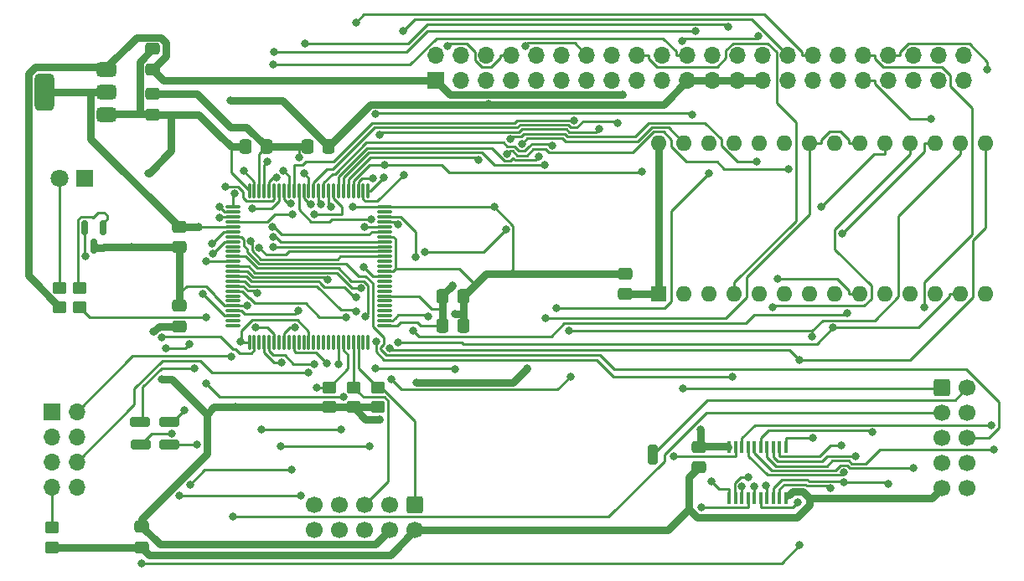
<source format=gbr>
G04 #@! TF.GenerationSoftware,KiCad,Pcbnew,8.0.1*
G04 #@! TF.CreationDate,2024-04-11T14:17:07+02:00*
G04 #@! TF.ProjectId,tipi,74697069-2e6b-4696-9361-645f70636258,2*
G04 #@! TF.SameCoordinates,Original*
G04 #@! TF.FileFunction,Copper,L1,Top*
G04 #@! TF.FilePolarity,Positive*
%FSLAX46Y46*%
G04 Gerber Fmt 4.6, Leading zero omitted, Abs format (unit mm)*
G04 Created by KiCad (PCBNEW 8.0.1) date 2024-04-11 14:17:07*
%MOMM*%
%LPD*%
G01*
G04 APERTURE LIST*
G04 Aperture macros list*
%AMRoundRect*
0 Rectangle with rounded corners*
0 $1 Rounding radius*
0 $2 $3 $4 $5 $6 $7 $8 $9 X,Y pos of 4 corners*
0 Add a 4 corners polygon primitive as box body*
4,1,4,$2,$3,$4,$5,$6,$7,$8,$9,$2,$3,0*
0 Add four circle primitives for the rounded corners*
1,1,$1+$1,$2,$3*
1,1,$1+$1,$4,$5*
1,1,$1+$1,$6,$7*
1,1,$1+$1,$8,$9*
0 Add four rect primitives between the rounded corners*
20,1,$1+$1,$2,$3,$4,$5,0*
20,1,$1+$1,$4,$5,$6,$7,0*
20,1,$1+$1,$6,$7,$8,$9,0*
20,1,$1+$1,$8,$9,$2,$3,0*%
G04 Aperture macros list end*
G04 #@! TA.AperFunction,SMDPad,CuDef*
%ADD10RoundRect,0.250000X0.475000X-0.337500X0.475000X0.337500X-0.475000X0.337500X-0.475000X-0.337500X0*%
G04 #@! TD*
G04 #@! TA.AperFunction,SMDPad,CuDef*
%ADD11RoundRect,0.250000X-0.475000X0.337500X-0.475000X-0.337500X0.475000X-0.337500X0.475000X0.337500X0*%
G04 #@! TD*
G04 #@! TA.AperFunction,ComponentPad*
%ADD12RoundRect,0.250000X-0.600000X0.600000X-0.600000X-0.600000X0.600000X-0.600000X0.600000X0.600000X0*%
G04 #@! TD*
G04 #@! TA.AperFunction,ComponentPad*
%ADD13C,1.700000*%
G04 #@! TD*
G04 #@! TA.AperFunction,ComponentPad*
%ADD14R,1.800000X1.800000*%
G04 #@! TD*
G04 #@! TA.AperFunction,ComponentPad*
%ADD15C,1.800000*%
G04 #@! TD*
G04 #@! TA.AperFunction,ComponentPad*
%ADD16RoundRect,0.250000X-0.600000X-0.600000X0.600000X-0.600000X0.600000X0.600000X-0.600000X0.600000X0*%
G04 #@! TD*
G04 #@! TA.AperFunction,ComponentPad*
%ADD17R,1.700000X1.700000*%
G04 #@! TD*
G04 #@! TA.AperFunction,ComponentPad*
%ADD18O,1.700000X1.700000*%
G04 #@! TD*
G04 #@! TA.AperFunction,SMDPad,CuDef*
%ADD19RoundRect,0.150000X-0.150000X0.587500X-0.150000X-0.587500X0.150000X-0.587500X0.150000X0.587500X0*%
G04 #@! TD*
G04 #@! TA.AperFunction,SMDPad,CuDef*
%ADD20RoundRect,0.250000X-0.450000X0.350000X-0.450000X-0.350000X0.450000X-0.350000X0.450000X0.350000X0*%
G04 #@! TD*
G04 #@! TA.AperFunction,SMDPad,CuDef*
%ADD21RoundRect,0.250000X0.450000X-0.350000X0.450000X0.350000X-0.450000X0.350000X-0.450000X-0.350000X0*%
G04 #@! TD*
G04 #@! TA.AperFunction,ComponentPad*
%ADD22R,1.600000X1.600000*%
G04 #@! TD*
G04 #@! TA.AperFunction,ComponentPad*
%ADD23O,1.600000X1.600000*%
G04 #@! TD*
G04 #@! TA.AperFunction,SMDPad,CuDef*
%ADD24R,0.400000X1.200000*%
G04 #@! TD*
G04 #@! TA.AperFunction,SMDPad,CuDef*
%ADD25RoundRect,0.250000X-0.337500X-0.475000X0.337500X-0.475000X0.337500X0.475000X-0.337500X0.475000X0*%
G04 #@! TD*
G04 #@! TA.AperFunction,SMDPad,CuDef*
%ADD26RoundRect,0.250000X0.337500X0.475000X-0.337500X0.475000X-0.337500X-0.475000X0.337500X-0.475000X0*%
G04 #@! TD*
G04 #@! TA.AperFunction,SMDPad,CuDef*
%ADD27RoundRect,0.075000X-0.662500X-0.075000X0.662500X-0.075000X0.662500X0.075000X-0.662500X0.075000X0*%
G04 #@! TD*
G04 #@! TA.AperFunction,SMDPad,CuDef*
%ADD28RoundRect,0.075000X-0.075000X-0.662500X0.075000X-0.662500X0.075000X0.662500X-0.075000X0.662500X0*%
G04 #@! TD*
G04 #@! TA.AperFunction,SMDPad,CuDef*
%ADD29RoundRect,0.250000X0.250000X0.750000X-0.250000X0.750000X-0.250000X-0.750000X0.250000X-0.750000X0*%
G04 #@! TD*
G04 #@! TA.AperFunction,SMDPad,CuDef*
%ADD30RoundRect,0.250000X0.750000X-0.250000X0.750000X0.250000X-0.750000X0.250000X-0.750000X-0.250000X0*%
G04 #@! TD*
G04 #@! TA.AperFunction,SMDPad,CuDef*
%ADD31RoundRect,0.375000X0.625000X0.375000X-0.625000X0.375000X-0.625000X-0.375000X0.625000X-0.375000X0*%
G04 #@! TD*
G04 #@! TA.AperFunction,SMDPad,CuDef*
%ADD32RoundRect,0.500000X0.500000X1.400000X-0.500000X1.400000X-0.500000X-1.400000X0.500000X-1.400000X0*%
G04 #@! TD*
G04 #@! TA.AperFunction,ViaPad*
%ADD33C,0.800000*%
G04 #@! TD*
G04 #@! TA.AperFunction,Conductor*
%ADD34C,0.250000*%
G04 #@! TD*
G04 #@! TA.AperFunction,Conductor*
%ADD35C,0.750000*%
G04 #@! TD*
G04 #@! TA.AperFunction,Conductor*
%ADD36C,0.399800*%
G04 #@! TD*
G04 APERTURE END LIST*
D10*
X51485800Y-130933100D03*
X51485800Y-128858100D03*
D11*
X47701200Y-151210100D03*
X47701200Y-153285100D03*
D12*
X75285600Y-149021800D03*
D13*
X75285600Y-151561800D03*
X72745600Y-149021800D03*
X72745600Y-151561800D03*
X70205600Y-149021800D03*
X70205600Y-151561800D03*
X67665600Y-149021800D03*
X67665600Y-151561800D03*
X65125600Y-149021800D03*
X65125600Y-151561800D03*
D14*
X41889600Y-116027200D03*
D15*
X39349600Y-116027200D03*
D16*
X128549400Y-137160000D03*
D13*
X131089400Y-137160000D03*
X128549400Y-139700000D03*
X131089400Y-139700000D03*
X128549400Y-142240000D03*
X131089400Y-142240000D03*
X128549400Y-144780000D03*
X131089400Y-144780000D03*
X128549400Y-147320000D03*
X131089400Y-147320000D03*
D17*
X38608000Y-139598400D03*
D18*
X41148000Y-139598400D03*
X38608000Y-142138400D03*
X41148000Y-142138400D03*
X38608000Y-144678400D03*
X41148000Y-144678400D03*
X38608000Y-147218400D03*
X41148000Y-147218400D03*
D19*
X43799800Y-120982500D03*
X41899800Y-120982500D03*
X42849800Y-122857500D03*
D20*
X41427400Y-127042900D03*
X41427400Y-129042900D03*
D21*
X39395400Y-129042900D03*
X39395400Y-127042900D03*
D22*
X99923600Y-127635000D03*
D23*
X102463600Y-127635000D03*
X105003600Y-127635000D03*
X107543600Y-127635000D03*
X110083600Y-127635000D03*
X112623600Y-127635000D03*
X115163600Y-127635000D03*
X117703600Y-127635000D03*
X120243600Y-127635000D03*
X122783600Y-127635000D03*
X125323600Y-127635000D03*
X127863600Y-127635000D03*
X130403600Y-127635000D03*
X132943600Y-127635000D03*
X132943600Y-112395000D03*
X130403600Y-112395000D03*
X127863600Y-112395000D03*
X125323600Y-112395000D03*
X122783600Y-112395000D03*
X120243600Y-112395000D03*
X117703600Y-112395000D03*
X115163600Y-112395000D03*
X112623600Y-112395000D03*
X110083600Y-112395000D03*
X107543600Y-112395000D03*
X105003600Y-112395000D03*
X102463600Y-112395000D03*
X99923600Y-112395000D03*
D24*
X107048300Y-148345200D03*
X107683300Y-148345200D03*
X108318300Y-148345200D03*
X108953300Y-148345200D03*
X109588300Y-148345200D03*
X110223300Y-148345200D03*
X110858300Y-148345200D03*
X111493300Y-148345200D03*
X112128300Y-148345200D03*
X112763300Y-148345200D03*
X112763300Y-143145200D03*
X112128300Y-143145200D03*
X111493300Y-143145200D03*
X110858300Y-143145200D03*
X110223300Y-143145200D03*
X109588300Y-143145200D03*
X108953300Y-143145200D03*
X108318300Y-143145200D03*
X107683300Y-143145200D03*
X107048300Y-143145200D03*
D11*
X51435000Y-120882500D03*
X51435000Y-122957500D03*
D20*
X66649600Y-137125200D03*
X66649600Y-139125200D03*
X69075900Y-137125200D03*
X69075900Y-139125200D03*
X71502200Y-137125200D03*
X71502200Y-139125200D03*
D10*
X48793400Y-104974300D03*
X48793400Y-102899300D03*
D11*
X48793400Y-107471300D03*
X48793400Y-109546300D03*
D25*
X78083500Y-127939800D03*
X80158500Y-127939800D03*
X64469100Y-112801400D03*
X66544100Y-112801400D03*
D26*
X60270300Y-112801400D03*
X58195300Y-112801400D03*
D25*
X78083500Y-130911600D03*
X80158500Y-130911600D03*
D10*
X103949500Y-145220600D03*
X103949500Y-143145600D03*
D11*
X96494600Y-125632300D03*
X96494600Y-127707300D03*
D27*
X56887200Y-118889000D03*
X56887200Y-119389000D03*
X56887200Y-119889000D03*
X56887200Y-120389000D03*
X56887200Y-120889000D03*
X56887200Y-121389000D03*
X56887200Y-121889000D03*
X56887200Y-122389000D03*
X56887200Y-122889000D03*
X56887200Y-123389000D03*
X56887200Y-123889000D03*
X56887200Y-124389000D03*
X56887200Y-124889000D03*
X56887200Y-125389000D03*
X56887200Y-125889000D03*
X56887200Y-126389000D03*
X56887200Y-126889000D03*
X56887200Y-127389000D03*
X56887200Y-127889000D03*
X56887200Y-128389000D03*
X56887200Y-128889000D03*
X56887200Y-129389000D03*
X56887200Y-129889000D03*
X56887200Y-130389000D03*
X56887200Y-130889000D03*
D28*
X58549700Y-132551500D03*
X59049700Y-132551500D03*
X59549700Y-132551500D03*
X60049700Y-132551500D03*
X60549700Y-132551500D03*
X61049700Y-132551500D03*
X61549700Y-132551500D03*
X62049700Y-132551500D03*
X62549700Y-132551500D03*
X63049700Y-132551500D03*
X63549700Y-132551500D03*
X64049700Y-132551500D03*
X64549700Y-132551500D03*
X65049700Y-132551500D03*
X65549700Y-132551500D03*
X66049700Y-132551500D03*
X66549700Y-132551500D03*
X67049700Y-132551500D03*
X67549700Y-132551500D03*
X68049700Y-132551500D03*
X68549700Y-132551500D03*
X69049700Y-132551500D03*
X69549700Y-132551500D03*
X70049700Y-132551500D03*
X70549700Y-132551500D03*
D27*
X72212200Y-130889000D03*
X72212200Y-130389000D03*
X72212200Y-129889000D03*
X72212200Y-129389000D03*
X72212200Y-128889000D03*
X72212200Y-128389000D03*
X72212200Y-127889000D03*
X72212200Y-127389000D03*
X72212200Y-126889000D03*
X72212200Y-126389000D03*
X72212200Y-125889000D03*
X72212200Y-125389000D03*
X72212200Y-124889000D03*
X72212200Y-124389000D03*
X72212200Y-123889000D03*
X72212200Y-123389000D03*
X72212200Y-122889000D03*
X72212200Y-122389000D03*
X72212200Y-121889000D03*
X72212200Y-121389000D03*
X72212200Y-120889000D03*
X72212200Y-120389000D03*
X72212200Y-119889000D03*
X72212200Y-119389000D03*
X72212200Y-118889000D03*
D28*
X70549700Y-117226500D03*
X70049700Y-117226500D03*
X69549700Y-117226500D03*
X69049700Y-117226500D03*
X68549700Y-117226500D03*
X68049700Y-117226500D03*
X67549700Y-117226500D03*
X67049700Y-117226500D03*
X66549700Y-117226500D03*
X66049700Y-117226500D03*
X65549700Y-117226500D03*
X65049700Y-117226500D03*
X64549700Y-117226500D03*
X64049700Y-117226500D03*
X63549700Y-117226500D03*
X63049700Y-117226500D03*
X62549700Y-117226500D03*
X62049700Y-117226500D03*
X61549700Y-117226500D03*
X61049700Y-117226500D03*
X60549700Y-117226500D03*
X60049700Y-117226500D03*
X59549700Y-117226500D03*
X59049700Y-117226500D03*
X58549700Y-117226500D03*
D29*
X99301300Y-143903700D03*
D30*
X47576700Y-142877300D03*
X50434200Y-142877300D03*
X47513200Y-140654800D03*
X50434200Y-140667500D03*
D20*
X38608000Y-151314900D03*
X38608000Y-153314900D03*
D31*
X44120200Y-109552100D03*
X44120200Y-107252100D03*
X44120200Y-104952100D03*
D32*
X37820200Y-107252100D03*
D17*
X77419200Y-106070400D03*
D18*
X77419200Y-103530400D03*
X79959200Y-106070400D03*
X79959200Y-103530400D03*
X82499200Y-106070400D03*
X82499200Y-103530400D03*
X85039200Y-106070400D03*
X85039200Y-103530400D03*
X87579200Y-106070400D03*
X87579200Y-103530400D03*
X90119200Y-106070400D03*
X90119200Y-103530400D03*
X92659200Y-106070400D03*
X92659200Y-103530400D03*
X95199200Y-106070400D03*
X95199200Y-103530400D03*
X97739200Y-106070400D03*
X97739200Y-103530400D03*
X100279200Y-106070400D03*
X100279200Y-103530400D03*
X102819200Y-106070400D03*
X102819200Y-103530400D03*
X105359200Y-106070400D03*
X105359200Y-103530400D03*
X107899200Y-106070400D03*
X107899200Y-103530400D03*
X110439200Y-106070400D03*
X110439200Y-103530400D03*
X112979200Y-106070400D03*
X112979200Y-103530400D03*
X115519200Y-106070400D03*
X115519200Y-103530400D03*
X118059200Y-106070400D03*
X118059200Y-103530400D03*
X120599200Y-106070400D03*
X120599200Y-103530400D03*
X123139200Y-106070400D03*
X123139200Y-103530400D03*
X125679200Y-106070400D03*
X125679200Y-103530400D03*
X128219200Y-106070400D03*
X128219200Y-103530400D03*
X130759200Y-106070400D03*
X130759200Y-103530400D03*
D33*
X64084200Y-115493800D03*
X57669000Y-132511800D03*
X71675100Y-140343000D03*
X75402051Y-136616049D03*
X63576200Y-113893600D03*
X49653500Y-136318000D03*
X57123100Y-139125000D03*
X56632100Y-110816000D03*
X53401800Y-120882000D03*
X86614400Y-135210000D03*
X79065800Y-126795000D03*
X48874800Y-131461000D03*
X55264200Y-111382000D03*
X67538600Y-134823200D03*
X79309700Y-129735000D03*
X48361600Y-115468000D03*
X58293000Y-128880000D03*
X83286600Y-118846600D03*
X66827400Y-118872000D03*
X56632100Y-108112000D03*
X69037200Y-118872000D03*
X71247000Y-135178800D03*
X59156600Y-131039000D03*
X46609000Y-122958000D03*
X79324200Y-135255000D03*
X82753200Y-108483400D03*
X96282700Y-107497000D03*
X104114000Y-141388000D03*
X65088100Y-119642000D03*
X65317500Y-137125000D03*
X72092000Y-115933000D03*
X84602900Y-113491000D03*
X71027300Y-115968000D03*
X112992000Y-115030000D03*
X74142600Y-115646200D03*
X84912400Y-112038000D03*
X81727500Y-114167000D03*
X109783000Y-114304000D03*
X98198600Y-115319000D03*
X72199500Y-114604000D03*
X78570200Y-102614000D03*
X87820300Y-113750000D03*
X88345900Y-114642000D03*
X89147800Y-112664000D03*
X86402500Y-102611000D03*
X65751900Y-118593000D03*
X95743400Y-110408000D03*
X111955000Y-126131000D03*
X93864200Y-110985000D03*
X71706000Y-111586000D03*
X64750100Y-118641000D03*
X89567600Y-129087000D03*
X104996000Y-115461000D03*
X70870600Y-120133000D03*
X91343000Y-110130000D03*
X61997400Y-115195532D03*
X62769100Y-118569000D03*
X53831900Y-127642000D03*
X50098400Y-133180000D03*
X52487500Y-132717000D03*
X60955600Y-104490000D03*
X103633000Y-101123000D03*
X49679000Y-132089000D03*
X61053100Y-103220000D03*
X58851800Y-119024000D03*
X106899000Y-100636000D03*
X64166300Y-102318000D03*
X56100300Y-116798000D03*
X74046900Y-101099000D03*
X61272400Y-115886000D03*
X60389700Y-114334000D03*
X110010000Y-101605000D03*
X102254000Y-102075000D03*
X57962800Y-115214000D03*
X69356200Y-100212000D03*
X57095500Y-117526000D03*
X121516000Y-141654000D03*
X133540000Y-140923000D03*
X125634000Y-145304000D03*
X115475000Y-142218000D03*
X118614000Y-145716000D03*
X133781000Y-143417000D03*
X133123000Y-105013000D03*
X126780000Y-129047000D03*
X118393000Y-142996000D03*
X119787000Y-144115000D03*
X127445000Y-109969000D03*
X62884500Y-119631000D03*
X70726900Y-143107000D03*
X61716300Y-143107000D03*
X63520800Y-129389000D03*
X102394000Y-137254000D03*
X55523400Y-120003000D03*
X54813200Y-122555000D03*
X47638600Y-154912000D03*
X114139000Y-153080000D03*
X55530200Y-118880000D03*
X54864000Y-123571000D03*
X56873100Y-150220000D03*
X56750889Y-134040680D03*
X60839000Y-120919000D03*
X70159500Y-120889000D03*
X52566300Y-146958000D03*
X62779300Y-145477000D03*
X73565300Y-120662000D03*
X64520619Y-135641936D03*
X63737000Y-148060000D03*
X75370200Y-123987000D03*
X51465200Y-148060000D03*
X54186200Y-136740000D03*
X68067900Y-138125000D03*
X76631800Y-129921000D03*
X54206000Y-130004000D03*
X70101500Y-124974000D03*
X88504600Y-130150000D03*
X61811200Y-134584000D03*
X71257100Y-109501000D03*
X103270000Y-109518000D03*
X76251300Y-123451000D03*
X84458700Y-121177000D03*
X86081900Y-112490000D03*
X65072892Y-134748908D03*
X63143700Y-131072000D03*
X105253000Y-146635000D03*
X111408000Y-129046000D03*
X72855300Y-136288000D03*
X104180000Y-149272000D03*
X67790300Y-141353000D03*
X90996750Y-136056350D03*
X59342400Y-127610000D03*
X59781300Y-141353000D03*
X101412000Y-144072000D03*
X66344800Y-134696200D03*
X66438600Y-126255000D03*
X115425000Y-132019000D03*
X90805800Y-131403000D03*
X108936000Y-146208000D03*
X109588000Y-147132000D03*
X116352000Y-118827000D03*
X68310100Y-130033000D03*
X118962000Y-129625000D03*
X75057000Y-131373000D03*
X73570700Y-132570000D03*
X113954000Y-148732000D03*
X117552000Y-131086000D03*
X69817700Y-127092000D03*
X69326900Y-129451000D03*
X107394000Y-136038000D03*
X118438000Y-121543000D03*
X108320000Y-147142000D03*
X71331700Y-132490000D03*
X110759000Y-147103000D03*
X72731000Y-133147000D03*
X114094000Y-134385000D03*
X69306700Y-127998000D03*
X123060000Y-146915000D03*
X118642000Y-146718000D03*
X54215100Y-124389000D03*
X70263700Y-129961000D03*
X117229000Y-147349000D03*
X42018900Y-123834000D03*
X60943800Y-121921000D03*
X50705500Y-141772000D03*
X60982800Y-122923000D03*
X53229800Y-142877000D03*
X59529300Y-122981000D03*
X53027500Y-135176000D03*
X58706100Y-122368000D03*
X51982700Y-139468000D03*
D34*
X48793400Y-107471300D02*
X48793400Y-107471000D01*
X64549700Y-117226500D02*
X64549700Y-115959300D01*
D35*
X42531700Y-107252000D02*
X42531700Y-111979000D01*
D34*
X64549700Y-115959300D02*
X64084200Y-115493800D01*
X53408800Y-120889000D02*
X53401800Y-120882000D01*
X63373000Y-130264000D02*
X58817464Y-130264000D01*
X51485800Y-130933100D02*
X51485800Y-130933000D01*
X76989900Y-129216000D02*
X78083500Y-129216000D01*
D35*
X69075900Y-139125000D02*
X70293800Y-140343000D01*
X78083500Y-127778000D02*
X78083500Y-127939800D01*
X49507500Y-153016000D02*
X71291000Y-153016000D01*
D34*
X71502200Y-139125200D02*
X71502200Y-139125000D01*
D35*
X79065800Y-126795000D02*
X78083500Y-127778000D01*
X42531700Y-111979000D02*
X51435000Y-120882000D01*
X66649600Y-139125000D02*
X57123100Y-139125000D01*
X86614400Y-135210000D02*
X85195650Y-136628750D01*
X54239800Y-139850000D02*
X50707200Y-136318000D01*
X54239800Y-143885000D02*
X47701200Y-150424000D01*
X69075900Y-139125000D02*
X66649600Y-139125000D01*
D34*
X44120200Y-107252100D02*
X44120200Y-107252000D01*
X57708700Y-132551500D02*
X57669000Y-132511800D01*
D35*
X71291000Y-153016000D02*
X72745600Y-151562000D01*
X53287200Y-107471000D02*
X48793400Y-107471000D01*
D34*
X59549700Y-117226000D02*
X59549700Y-113522000D01*
D35*
X69075900Y-139125000D02*
X71502200Y-139125000D01*
D34*
X59549700Y-117226500D02*
X59549700Y-117226000D01*
D35*
X85195650Y-136628750D02*
X75414752Y-136628750D01*
D34*
X56887200Y-120889000D02*
X53408800Y-120889000D01*
D35*
X75414752Y-136628750D02*
X75402051Y-136616049D01*
X57123100Y-139125000D02*
X54964900Y-139125000D01*
D34*
X59549700Y-113522000D02*
X60270300Y-112801000D01*
X63576200Y-113893600D02*
X63576200Y-112801000D01*
D35*
X49402600Y-130933000D02*
X51485800Y-130933000D01*
D34*
X47701200Y-151210100D02*
X47701200Y-151210000D01*
X72212200Y-127889000D02*
X75663100Y-127889000D01*
D35*
X37820200Y-107252000D02*
X42531700Y-107252000D01*
D34*
X69075900Y-139125200D02*
X69075900Y-139125000D01*
D35*
X63576200Y-112801000D02*
X60270300Y-112801000D01*
D34*
X58817464Y-130264000D02*
X57708800Y-131372664D01*
D35*
X56632100Y-110816000D02*
X53287200Y-107471000D01*
D34*
X64469100Y-112801400D02*
X64469100Y-112801000D01*
D35*
X78083500Y-130911600D02*
X78083500Y-130912000D01*
D34*
X60270300Y-112801400D02*
X60270300Y-112801000D01*
X57708800Y-131372664D02*
X57708800Y-132472000D01*
D35*
X58285100Y-110816000D02*
X56632100Y-110816000D01*
D34*
X57708800Y-132472000D02*
X57669000Y-132511800D01*
D35*
X78083500Y-127939800D02*
X78083500Y-129216000D01*
D34*
X64549700Y-131440000D02*
X63373000Y-130264000D01*
D35*
X54964900Y-139125000D02*
X54239800Y-139850000D01*
D34*
X64549700Y-132551500D02*
X64549700Y-132552000D01*
D35*
X47701200Y-150424000D02*
X47701200Y-151210000D01*
D34*
X75663100Y-127889000D02*
X76989900Y-129216000D01*
X72745600Y-151561800D02*
X72745600Y-151562000D01*
D35*
X70293800Y-140343000D02*
X71675100Y-140343000D01*
D34*
X75539600Y-130556000D02*
X75895200Y-130912000D01*
D35*
X51435000Y-120882000D02*
X53401800Y-120882000D01*
D34*
X72212200Y-130889000D02*
X73479400Y-130889000D01*
D35*
X47701200Y-151210000D02*
X49507500Y-153016000D01*
X50707200Y-136318000D02*
X49653500Y-136318000D01*
X42531700Y-107252000D02*
X44120200Y-107252000D01*
D34*
X75895200Y-130912000D02*
X78083500Y-130912000D01*
X58549700Y-132551500D02*
X57708700Y-132551500D01*
X73479400Y-130889000D02*
X73812400Y-130556000D01*
X66649600Y-139125200D02*
X66649600Y-139125000D01*
X51435000Y-120882500D02*
X51435000Y-120882000D01*
D35*
X54239800Y-139850000D02*
X54239800Y-143885000D01*
X78083500Y-129216000D02*
X78083500Y-130911600D01*
D34*
X37820200Y-107252100D02*
X37820200Y-107252000D01*
D35*
X48874800Y-131461000D02*
X49402600Y-130933000D01*
D34*
X73812400Y-130556000D02*
X75539600Y-130556000D01*
D35*
X60270300Y-112801000D02*
X58285100Y-110816000D01*
X64469100Y-112801000D02*
X63576200Y-112801000D01*
D34*
X64549700Y-132551500D02*
X64549700Y-131440000D01*
X73097700Y-121889000D02*
X73311700Y-122103000D01*
D35*
X102819200Y-106070000D02*
X102819000Y-106070000D01*
D34*
X67549700Y-134812100D02*
X67538600Y-134823200D01*
D35*
X113868000Y-150254000D02*
X115129000Y-148992000D01*
X50629000Y-113226000D02*
X50629000Y-109553000D01*
X48793300Y-102899000D02*
X48793400Y-102899000D01*
D34*
X80158500Y-130912000D02*
X80158300Y-130912000D01*
D35*
X107899200Y-106070000D02*
X107899000Y-106070000D01*
X110439000Y-106070000D02*
X107899200Y-106070000D01*
D34*
X42849800Y-122857500D02*
X42849800Y-122858000D01*
X55057400Y-127872000D02*
X55057400Y-127799000D01*
D35*
X80158300Y-130912000D02*
X80158500Y-130912000D01*
X128549000Y-147320000D02*
X127540000Y-148330000D01*
X47458300Y-109444000D02*
X47458300Y-104234000D01*
D34*
X48793500Y-109546200D02*
X48793500Y-109546100D01*
D35*
X43120100Y-122958000D02*
X43186500Y-123024000D01*
X48387000Y-115468000D02*
X50629000Y-113226000D01*
X47458300Y-109444000D02*
X48690900Y-109444000D01*
D34*
X56896600Y-128880000D02*
X56887200Y-128889000D01*
X71247000Y-135178800D02*
X79248000Y-135178800D01*
X54170500Y-126912000D02*
X52194900Y-126912000D01*
X85185400Y-120832000D02*
X85185400Y-125180000D01*
X103949500Y-145220600D02*
X103949600Y-145220600D01*
D35*
X53428200Y-109546000D02*
X55264200Y-111382000D01*
X114458000Y-147658000D02*
X113450000Y-147658000D01*
D34*
X73715700Y-108499000D02*
X72283600Y-108499000D01*
D35*
X38615500Y-153307500D02*
X38608000Y-153314900D01*
D34*
X50629000Y-109553000D02*
X50629000Y-109546000D01*
X105359200Y-106070400D02*
X105359200Y-106070000D01*
X73311700Y-125109000D02*
X79768000Y-125109000D01*
X69037200Y-118872000D02*
X69054200Y-118889000D01*
D35*
X73715700Y-108499000D02*
X72283600Y-108499000D01*
D34*
X44120200Y-109552100D02*
X44120200Y-109552000D01*
D35*
X80143500Y-129735000D02*
X80143500Y-130897000D01*
X82737600Y-108499000D02*
X73715700Y-108499000D01*
D34*
X51460400Y-122983000D02*
X51435000Y-122957600D01*
X83286600Y-118846600D02*
X85185400Y-120832000D01*
D35*
X80143500Y-130897000D02*
X80158300Y-130912000D01*
X105359200Y-106070000D02*
X102819200Y-106070000D01*
X44228500Y-109444000D02*
X44120200Y-109552000D01*
X56683700Y-112801000D02*
X55264200Y-111382000D01*
X44061800Y-122959000D02*
X44063300Y-122958000D01*
X61884200Y-108112000D02*
X56632100Y-108112000D01*
D34*
X73311700Y-122103000D02*
X73311700Y-125109000D01*
X112763300Y-148345200D02*
X112763200Y-148345200D01*
D35*
X51435000Y-122958000D02*
X46609000Y-122958000D01*
X82466000Y-125632000D02*
X81378800Y-126719000D01*
D34*
X75285800Y-151562000D02*
X75285600Y-151562000D01*
X110439200Y-106070400D02*
X110439000Y-106070200D01*
D35*
X102953000Y-146218000D02*
X102953000Y-149429000D01*
X100819000Y-151562000D02*
X75285800Y-151562000D01*
X48793400Y-109546000D02*
X48793500Y-109546100D01*
D34*
X107899200Y-106070000D02*
X107899000Y-106070000D01*
X96494600Y-125632300D02*
X96494600Y-125632000D01*
D35*
X96494600Y-125632000D02*
X84733500Y-125632000D01*
X51485800Y-128858000D02*
X51485800Y-127621000D01*
D34*
X38622900Y-153300000D02*
X38615500Y-153307500D01*
D35*
X47458300Y-104234000D02*
X48793300Y-102899000D01*
X82753200Y-108483400D02*
X82737600Y-108499000D01*
D34*
X48793400Y-109546300D02*
X48793500Y-109546200D01*
X61049700Y-132551500D02*
X61049700Y-131746000D01*
D35*
X102953000Y-149429000D02*
X100819000Y-151562000D01*
D34*
X48793400Y-102899300D02*
X48793400Y-102899000D01*
D35*
X66544100Y-112772000D02*
X61884200Y-108112000D01*
D34*
X80158500Y-130911600D02*
X80158500Y-130912000D01*
D35*
X47458300Y-109444000D02*
X44228500Y-109444000D01*
X48464200Y-154048000D02*
X47701200Y-153285000D01*
X38608000Y-153314900D02*
X38608000Y-153315000D01*
D34*
X52194900Y-126912000D02*
X51485800Y-127621000D01*
D35*
X102819000Y-106070000D02*
X100390000Y-108499000D01*
X75285600Y-151562000D02*
X72799300Y-154048000D01*
D34*
X67549700Y-132551500D02*
X67549700Y-134812100D01*
X73311700Y-125109000D02*
X73031300Y-125389000D01*
X56692800Y-112810000D02*
X56683700Y-112801000D01*
X72212200Y-121889000D02*
X73097700Y-121889000D01*
X38608000Y-153314900D02*
X38608000Y-153315000D01*
D35*
X42949800Y-122958000D02*
X43120100Y-122958000D01*
X48361600Y-115468000D02*
X48387000Y-115468000D01*
X48690900Y-109444000D02*
X48793400Y-109546000D01*
D34*
X51435000Y-122957600D02*
X51435000Y-122957500D01*
X102819200Y-106070400D02*
X102819200Y-106070000D01*
D35*
X115129000Y-148330000D02*
X114458000Y-147658000D01*
D34*
X79248000Y-135178800D02*
X79324200Y-135255000D01*
X56887200Y-128889000D02*
X56074300Y-128889000D01*
X58195300Y-112801400D02*
X58195300Y-112801000D01*
D35*
X58195300Y-112801000D02*
X56683700Y-112801000D01*
D34*
X73031300Y-125389000D02*
X72212200Y-125389000D01*
X61049700Y-131746000D02*
X60342700Y-131039000D01*
X110439000Y-106070000D02*
X107899200Y-106070000D01*
X55057400Y-127799000D02*
X54170500Y-126912000D01*
X58549700Y-117226000D02*
X56692800Y-115370000D01*
D35*
X72283600Y-108499000D02*
X70816900Y-108499000D01*
X51460400Y-122983000D02*
X51435000Y-122958000D01*
X48793400Y-109546000D02*
X50629000Y-109546000D01*
D34*
X48793400Y-102899000D02*
X48793300Y-102899000D01*
D35*
X103778000Y-150254000D02*
X113868000Y-150254000D01*
D34*
X47701200Y-153285100D02*
X47701200Y-153285000D01*
X69054200Y-118889000D02*
X72212200Y-118889000D01*
X66544100Y-112801400D02*
X66544100Y-112801000D01*
D35*
X43186500Y-123024000D02*
X43767700Y-123024000D01*
X127540000Y-148330000D02*
X115129000Y-148330000D01*
D34*
X56692800Y-115370000D02*
X56692800Y-112810000D01*
D35*
X84733500Y-125632000D02*
X82466000Y-125632000D01*
X80158500Y-127940000D02*
X80143500Y-127955000D01*
X75285800Y-151562000D02*
X75285600Y-151562000D01*
X82768800Y-108499000D02*
X82753200Y-108483400D01*
X70816900Y-108499000D02*
X66544100Y-112772000D01*
D34*
X72212200Y-118889000D02*
X83242200Y-118889000D01*
D35*
X38622900Y-153300000D02*
X38615500Y-153307500D01*
D34*
X79768000Y-125109000D02*
X81378800Y-126719000D01*
D35*
X80143500Y-127955000D02*
X80143500Y-129735000D01*
D34*
X66549700Y-117226000D02*
X66549700Y-117226500D01*
X66549700Y-118594000D02*
X66827400Y-118872000D01*
X51485800Y-128858000D02*
X51485800Y-128858100D01*
X61049700Y-132552000D02*
X61049700Y-132551500D01*
D35*
X51485800Y-127621000D02*
X51485800Y-123008000D01*
X100390000Y-108499000D02*
X82768800Y-108499000D01*
X81378800Y-126719000D02*
X80158500Y-127940000D01*
X115129000Y-148992000D02*
X115129000Y-148330000D01*
D34*
X85185400Y-125180000D02*
X84733500Y-125632000D01*
D35*
X47701200Y-153285000D02*
X38637800Y-153285000D01*
D34*
X112763200Y-148345200D02*
X112763000Y-148345000D01*
D35*
X50629000Y-109546000D02*
X53428200Y-109546000D01*
D34*
X80158500Y-127939800D02*
X80158500Y-127940000D01*
X128549400Y-147320000D02*
X128549000Y-147320000D01*
X107899200Y-106070400D02*
X107899200Y-106070000D01*
X58293000Y-128880000D02*
X56896600Y-128880000D01*
X83242200Y-118889000D02*
X83286600Y-118846600D01*
X56074300Y-128889000D02*
X55057400Y-127872000D01*
D35*
X44063300Y-122958000D02*
X46609000Y-122958000D01*
D36*
X113144000Y-147965000D02*
X112763000Y-148345000D01*
D34*
X110439000Y-106070200D02*
X110439000Y-106070000D01*
D35*
X102953000Y-149429000D02*
X103778000Y-150254000D01*
X72799300Y-154048000D02*
X48464200Y-154048000D01*
X43767700Y-123024000D02*
X43832600Y-122959000D01*
D34*
X60342700Y-131039000D02*
X59156600Y-131039000D01*
X66549700Y-117226500D02*
X66549700Y-118594000D01*
X103949600Y-145220600D02*
X103950000Y-145221000D01*
X58549700Y-117226500D02*
X58549700Y-117226000D01*
D35*
X107899000Y-106070000D02*
X105359200Y-106070000D01*
X66544100Y-112772000D02*
X66544100Y-112801000D01*
X42849800Y-122858000D02*
X42949800Y-122958000D01*
D34*
X75285600Y-151561800D02*
X75285600Y-151562000D01*
D35*
X51485800Y-123008000D02*
X51460400Y-122983000D01*
X43832600Y-122959000D02*
X44061800Y-122959000D01*
X103950000Y-145221000D02*
X102953000Y-146218000D01*
X113450000Y-147658000D02*
X113144000Y-147965000D01*
D34*
X38615500Y-153307500D02*
X38608000Y-153314900D01*
D35*
X48793500Y-109546100D02*
X48797600Y-109550000D01*
X80143500Y-129735000D02*
X79309700Y-129735000D01*
X38637800Y-153285000D02*
X38622900Y-153300000D01*
D34*
X107048200Y-143145200D02*
X107048000Y-143145000D01*
D36*
X106906000Y-143145000D02*
X107048000Y-143145000D01*
D34*
X107048300Y-143145200D02*
X107048200Y-143145200D01*
X39395400Y-129042900D02*
X39395400Y-129043000D01*
D35*
X77419200Y-106070000D02*
X49889500Y-106070000D01*
X36194200Y-105439000D02*
X36194200Y-125842000D01*
X96566900Y-127635000D02*
X96494600Y-127707000D01*
D34*
X103949500Y-143145600D02*
X103949600Y-143145600D01*
D35*
X36194200Y-125842000D02*
X39395400Y-129043000D01*
D34*
X48793400Y-104974300D02*
X48793400Y-104974000D01*
D35*
X99923600Y-127635000D02*
X96566900Y-127635000D01*
X47146200Y-101724000D02*
X44120200Y-104750000D01*
X50155300Y-102262000D02*
X49618100Y-101724000D01*
X44120200Y-104750000D02*
X44120200Y-104952000D01*
X36882400Y-104750000D02*
X36194200Y-105439000D01*
X49618100Y-101724000D02*
X47146200Y-101724000D01*
X44120200Y-104750000D02*
X36882400Y-104750000D01*
X50155300Y-103612000D02*
X50155300Y-102262000D01*
D34*
X96494600Y-127707300D02*
X96494600Y-127707000D01*
D35*
X49889500Y-106070000D02*
X48793400Y-104974000D01*
X106828000Y-143067000D02*
X104114000Y-143067000D01*
X104114000Y-143067000D02*
X104028000Y-143067000D01*
X104114000Y-143067000D02*
X104114000Y-141388000D01*
X96282700Y-107497000D02*
X78845900Y-107497000D01*
D34*
X44120200Y-104952100D02*
X44120200Y-104952000D01*
D35*
X106906000Y-143145000D02*
X106828000Y-143067000D01*
D34*
X103949600Y-143145600D02*
X103950000Y-143146000D01*
X77419200Y-106070400D02*
X77419200Y-106070000D01*
D35*
X48793400Y-104974000D02*
X50155300Y-103612000D01*
X104028000Y-143067000D02*
X103950000Y-143146000D01*
X78845900Y-107497000D02*
X77419200Y-106070000D01*
X99923600Y-127635000D02*
X99923600Y-112395000D01*
D34*
X75285600Y-140509000D02*
X71901400Y-137125000D01*
X75285600Y-149022000D02*
X75285600Y-149021800D01*
X75285600Y-149021800D02*
X75285600Y-140509000D01*
X71502300Y-137125000D02*
X71502200Y-137125000D01*
X69549700Y-135173000D02*
X69549700Y-132552000D01*
X69549700Y-132552000D02*
X69549700Y-132551500D01*
X71502400Y-137125000D02*
X71502300Y-137125000D01*
X71901400Y-137125000D02*
X71502400Y-137125000D01*
X71502300Y-137125000D02*
X71502200Y-137125000D01*
X71502300Y-137125000D02*
X71502200Y-137125100D01*
X71502400Y-137125000D02*
X71502300Y-137125000D01*
X71502200Y-137125100D02*
X71502200Y-137125200D01*
X71502200Y-137125000D02*
X69549700Y-135173000D01*
X67894200Y-118876000D02*
X67894200Y-119642000D01*
X67049700Y-118032000D02*
X67894200Y-118876000D01*
X67049700Y-117226000D02*
X67049700Y-117226500D01*
X67049700Y-117226500D02*
X67049700Y-118032000D01*
X67894200Y-119642000D02*
X65088100Y-119642000D01*
X72184000Y-138125000D02*
X72571800Y-138513000D01*
X69325800Y-137375000D02*
X69075900Y-137125000D01*
X69075900Y-137125000D02*
X69049700Y-137099000D01*
X69575900Y-137625000D02*
X69075900Y-137125000D01*
X69325800Y-137375000D02*
X69325700Y-137375000D01*
X70205700Y-149021900D02*
X70205700Y-149022000D01*
X69575900Y-137625000D02*
X69575700Y-137625000D01*
X69049700Y-137099000D02*
X69049700Y-132552000D01*
X72571800Y-138513000D02*
X72571800Y-146656000D01*
X70205600Y-149021800D02*
X70205700Y-149021900D01*
X69575900Y-137625000D02*
X70075900Y-138125000D01*
X72571800Y-146656000D02*
X70205700Y-149022000D01*
X69325700Y-137375000D02*
X69075900Y-137125200D01*
X69575700Y-137625000D02*
X69325800Y-137375000D01*
X69049700Y-132552000D02*
X69049700Y-132551500D01*
X70075900Y-138125000D02*
X72184000Y-138125000D01*
X66649600Y-137125100D02*
X66649600Y-137125200D01*
X66649500Y-137125000D02*
X66649600Y-137125000D01*
X66649600Y-137125000D02*
X68529200Y-135245400D01*
X66649400Y-137125000D02*
X66649500Y-137125000D01*
X68529200Y-133836264D02*
X68049700Y-133356764D01*
X68529200Y-135245400D02*
X68529200Y-133836264D01*
X66649500Y-137125000D02*
X66649600Y-137125000D01*
X68049700Y-133356764D02*
X68049700Y-132551500D01*
X65317500Y-137125000D02*
X66649400Y-137125000D01*
X66649400Y-137125000D02*
X66649500Y-137125000D01*
X66649500Y-137125000D02*
X66649600Y-137125100D01*
X72092000Y-115933000D02*
X70798600Y-117226000D01*
X70550200Y-117226000D02*
X70549700Y-117226500D01*
X70798600Y-117226000D02*
X70550200Y-117226000D01*
X101194000Y-112794000D02*
X102682000Y-114282000D01*
X102682000Y-114282000D02*
X105799000Y-114282000D01*
X87214300Y-113024000D02*
X88480000Y-113024000D01*
X85593900Y-113668000D02*
X86570000Y-113668000D01*
X97287700Y-113391000D02*
X99410000Y-111268000D01*
X88480000Y-113024000D02*
X88846900Y-113391000D01*
X101194000Y-112068000D02*
X101194000Y-112794000D01*
X84878000Y-113216000D02*
X85142200Y-113216000D01*
X105799000Y-114282000D02*
X106547000Y-115030000D01*
X69549700Y-117226000D02*
X69549700Y-116354000D01*
X99410000Y-111268000D02*
X100394000Y-111268000D01*
X88846900Y-113391000D02*
X97287700Y-113391000D01*
X106547000Y-115030000D02*
X112992000Y-115030000D01*
X85142200Y-113216000D02*
X85593900Y-113668000D01*
X100394000Y-111268000D02*
X101194000Y-112068000D01*
X69549700Y-116354000D02*
X69935600Y-115968000D01*
X69549700Y-117226000D02*
X69549700Y-117226500D01*
X69935600Y-115968000D02*
X71027300Y-115968000D01*
X84602900Y-113491000D02*
X84878000Y-113216000D01*
X86570000Y-113668000D02*
X87214300Y-113024000D01*
X70280600Y-118300000D02*
X71488800Y-118300000D01*
X70049700Y-117226500D02*
X70049700Y-118069000D01*
X71488800Y-118300000D02*
X74142600Y-115646200D01*
X70049700Y-117226500D02*
X70049700Y-117226000D01*
X70049700Y-118069000D02*
X70280600Y-118300000D01*
X68549700Y-117226000D02*
X68549700Y-117226500D01*
X106274000Y-112720000D02*
X107857000Y-114304000D01*
X68549700Y-116077000D02*
X70772600Y-113854000D01*
X68549700Y-117226000D02*
X68549700Y-116077000D01*
X106274000Y-112035000D02*
X106274000Y-112720000D01*
X107857000Y-114304000D02*
X109783000Y-114304000D01*
X97515500Y-111760000D02*
X98916500Y-110359000D01*
X90667900Y-111760000D02*
X97515500Y-111760000D01*
X104598000Y-110359000D02*
X106274000Y-112035000D01*
X81414600Y-113854000D02*
X81727500Y-114167000D01*
X98916500Y-110359000D02*
X104598000Y-110359000D01*
X85991800Y-111763000D02*
X86269200Y-111485000D01*
X70772600Y-113854000D02*
X81414600Y-113854000D01*
X90392900Y-111485000D02*
X90667900Y-111760000D01*
X84912400Y-112038000D02*
X85187500Y-111763000D01*
X86269200Y-111485000D02*
X90392900Y-111485000D01*
X85187500Y-111763000D02*
X85991800Y-111763000D01*
X98198600Y-115319000D02*
X98135600Y-115382000D01*
X69049700Y-116216000D02*
X70661100Y-114604000D01*
X81322500Y-104018000D02*
X82011700Y-104707000D01*
X69049700Y-117226000D02*
X69049700Y-117226500D01*
X78830000Y-102354000D02*
X80511600Y-102354000D01*
X82986700Y-104707000D02*
X83862500Y-103831000D01*
X69049700Y-117226000D02*
X69049700Y-116216000D01*
X77977600Y-114604000D02*
X72199500Y-114604000D01*
X78755600Y-115382000D02*
X77977600Y-114604000D01*
X85038800Y-103530000D02*
X85039200Y-103530400D01*
X80511600Y-102354000D02*
X81322500Y-103165000D01*
X82011700Y-104707000D02*
X82986700Y-104707000D01*
X83862500Y-103530000D02*
X85038800Y-103530000D01*
X70661100Y-114604000D02*
X72199500Y-114604000D01*
X81322500Y-103165000D02*
X81322500Y-104018000D01*
X78570200Y-102614000D02*
X78830000Y-102354000D01*
X83862500Y-103831000D02*
X83862500Y-103530000D01*
X98135600Y-115382000D02*
X78755600Y-115382000D01*
X84903900Y-114218000D02*
X85204500Y-113918000D01*
X70398400Y-112950000D02*
X83034400Y-112950000D01*
X67549700Y-117226000D02*
X67549700Y-117226500D01*
X67621200Y-115728000D02*
X70398400Y-112950000D01*
X67549700Y-117226000D02*
X67549700Y-115799000D01*
X67549700Y-115799000D02*
X67621100Y-115728000D01*
X85204500Y-113918000D02*
X85204600Y-113918000D01*
X85406800Y-114120000D02*
X87451000Y-114120000D01*
X83034400Y-112950000D02*
X84302000Y-114218000D01*
X85204600Y-113918000D02*
X85406800Y-114120000D01*
X87451000Y-114120000D02*
X87820300Y-113750000D01*
X84302000Y-114218000D02*
X84903900Y-114218000D01*
X67621100Y-115728000D02*
X67621200Y-115728000D01*
X70585500Y-113402000D02*
X82014800Y-113402000D01*
X83282400Y-114670000D02*
X88317700Y-114670000D01*
X82014800Y-113402000D02*
X83282400Y-114670000D01*
X68049700Y-115938000D02*
X70585500Y-113402000D01*
X68049700Y-117226000D02*
X68049700Y-117226500D01*
X68049700Y-117226000D02*
X68049700Y-115938000D01*
X88317700Y-114670000D02*
X88345900Y-114642000D01*
X84611500Y-112765000D02*
X85329400Y-112765000D01*
X67179900Y-115530000D02*
X70347900Y-112362000D01*
X70347900Y-112362000D02*
X84209100Y-112362000D01*
X86808600Y-112790000D02*
X87109500Y-112490000D01*
X88973500Y-112490000D02*
X89147800Y-112664000D01*
X66939622Y-115530000D02*
X67179900Y-115530000D01*
X84209100Y-112362000D02*
X84611500Y-112765000D01*
X85355200Y-112790000D02*
X85781000Y-113216000D01*
X66049700Y-116420000D02*
X66939622Y-115530000D01*
X85781000Y-113216000D02*
X86382900Y-113216000D01*
X86382900Y-113216000D02*
X86808600Y-112791000D01*
X87109500Y-112490000D02*
X88973500Y-112490000D01*
X85329400Y-112765000D02*
X85355200Y-112790000D01*
X86808600Y-112791000D02*
X86808600Y-112790000D01*
X66049700Y-117226500D02*
X66049700Y-116420000D01*
X65549700Y-118391000D02*
X65751900Y-118593000D01*
X65549700Y-117226500D02*
X65549700Y-118391000D01*
X86402500Y-102611000D02*
X86702300Y-102311200D01*
X65549700Y-117226000D02*
X65549700Y-117226500D01*
X91440000Y-102311200D02*
X92659200Y-103530400D01*
X86702300Y-102311200D02*
X91440000Y-102311200D01*
X65049700Y-117226500D02*
X65049700Y-116383000D01*
X95593800Y-110258000D02*
X95743400Y-110408000D01*
X66352100Y-115080000D02*
X66961800Y-115080000D01*
X91644000Y-110857000D02*
X92242900Y-110258000D01*
X85617500Y-110859000D02*
X85894900Y-110582000D01*
X85894900Y-110582000D02*
X90767100Y-110582000D01*
X91042100Y-110857000D02*
X91644000Y-110857000D01*
X71182800Y-110859000D02*
X85617500Y-110859000D01*
X66961800Y-115080000D02*
X71182800Y-110859000D01*
X65049700Y-116383000D02*
X66352100Y-115080000D01*
X90767100Y-110582000D02*
X91042100Y-110857000D01*
X92242900Y-110258000D02*
X95593800Y-110258000D01*
X71706000Y-111586000D02*
X71981100Y-111311000D01*
X120244000Y-127635000D02*
X120243600Y-127635000D01*
X119117000Y-127635000D02*
X119117000Y-127353000D01*
X64049700Y-117226000D02*
X64049700Y-117226500D01*
X93540300Y-111309000D02*
X93864200Y-110985000D01*
X64049700Y-117226500D02*
X64049700Y-118037000D01*
X119117000Y-127353000D02*
X117895000Y-126131000D01*
X85804700Y-111311000D02*
X86082100Y-111034000D01*
X71981100Y-111311000D02*
X85804700Y-111311000D01*
X120243600Y-127635000D02*
X119117000Y-127635000D01*
X90855000Y-111309000D02*
X93540300Y-111309000D01*
X86082100Y-111034000D02*
X90580000Y-111034000D01*
X90580000Y-111034000D02*
X90855000Y-111309000D01*
X64049700Y-118037000D02*
X64653600Y-118641000D01*
X117895000Y-126131000D02*
X111955000Y-126131000D01*
X64653600Y-118641000D02*
X64750100Y-118641000D01*
X100536000Y-129087000D02*
X89567600Y-129087000D01*
X104996000Y-115461000D02*
X101194000Y-119263000D01*
X101194000Y-128429000D02*
X100536000Y-129087000D01*
X64787200Y-120369000D02*
X63549700Y-119132000D01*
X101194000Y-119263000D02*
X101194000Y-128429000D01*
X70870600Y-120133000D02*
X66861400Y-120133000D01*
X66861400Y-120133000D02*
X66624900Y-120369000D01*
X63549700Y-117226500D02*
X63549700Y-117226000D01*
X63549700Y-119132000D02*
X63549700Y-117226500D01*
X66624900Y-120369000D02*
X64787200Y-120369000D01*
X106715000Y-103838000D02*
X106715000Y-103043000D01*
X63897216Y-114668600D02*
X63049700Y-114668600D01*
X111801000Y-108333000D02*
X113750000Y-110282000D01*
X99724800Y-104707000D02*
X105847000Y-104707000D01*
X113750000Y-120302000D02*
X107544000Y-126508000D01*
X105847000Y-104707000D02*
X106715000Y-103838000D01*
X85585700Y-110130000D02*
X85308300Y-110408000D01*
X97739600Y-103530000D02*
X98915900Y-103530000D01*
X113750000Y-110282000D02*
X113750000Y-120302000D01*
X106715000Y-103043000D02*
X107421000Y-102337000D01*
X63049700Y-114668600D02*
X63049700Y-117226500D01*
X107544000Y-126508000D02*
X107544000Y-126790000D01*
X91343000Y-110130000D02*
X85585700Y-110130000D01*
X70973400Y-110408000D02*
X67056000Y-114325400D01*
X107543600Y-126790400D02*
X107543600Y-127635000D01*
X85308300Y-110408000D02*
X70973400Y-110408000D01*
X107544000Y-126790000D02*
X107543600Y-126790400D01*
X98915900Y-103530000D02*
X98915900Y-103898000D01*
X107421000Y-102337000D02*
X110923000Y-102337000D01*
X98915900Y-103898000D02*
X99724800Y-104707000D01*
X97739600Y-103530000D02*
X97739200Y-103530400D01*
X64240416Y-114325400D02*
X63897216Y-114668600D01*
X97739200Y-103530000D02*
X97739600Y-103530000D01*
X107544000Y-126790000D02*
X107544000Y-127072000D01*
X111801000Y-103215000D02*
X111801000Y-108333000D01*
X67056000Y-114325400D02*
X64240416Y-114325400D01*
X110923000Y-102337000D02*
X111801000Y-103215000D01*
X62549700Y-115747832D02*
X62549700Y-117226500D01*
X61997400Y-115195532D02*
X62549700Y-115747832D01*
X62049700Y-118119000D02*
X62499200Y-118569000D01*
X62049700Y-117226000D02*
X62049700Y-117226500D01*
X62499200Y-118569000D02*
X62769100Y-118569000D01*
X62049700Y-117226500D02*
X62049700Y-118119000D01*
X101642000Y-103530000D02*
X101642000Y-103139000D01*
X77424100Y-101861200D02*
X74795300Y-104490000D01*
X102819000Y-103530000D02*
X102818800Y-103530000D01*
X53831900Y-127642000D02*
X56078700Y-129889000D01*
X52487500Y-132717000D02*
X52024400Y-133180000D01*
X101642000Y-103139000D02*
X100364200Y-101861200D01*
X74795300Y-104490000D02*
X60955600Y-104490000D01*
X100364200Y-101861200D02*
X77424100Y-101861200D01*
X52024400Y-133180000D02*
X50098400Y-133180000D01*
X56078700Y-129889000D02*
X56887200Y-129889000D01*
X102818800Y-103530000D02*
X102819200Y-103530400D01*
X102818800Y-103530000D02*
X101642000Y-103530000D01*
X59049700Y-133365000D02*
X58731800Y-133682000D01*
X55632784Y-131989000D02*
X49779300Y-131989000D01*
X103633000Y-101123000D02*
X76505200Y-101123000D01*
X56930584Y-133286800D02*
X55632784Y-131989000D01*
X59049700Y-132551500D02*
X59049700Y-133365000D01*
X57133784Y-133286800D02*
X56930584Y-133286800D01*
X74409000Y-103220000D02*
X61053100Y-103220000D01*
X57528984Y-133682000D02*
X57133784Y-133286800D01*
X76505200Y-101123000D02*
X74409000Y-103220000D01*
X58731800Y-133682000D02*
X57528984Y-133682000D01*
X49779300Y-131989000D02*
X49679000Y-132089000D01*
X61549700Y-118267000D02*
X60792300Y-119024000D01*
X76499100Y-100389000D02*
X74570700Y-102318000D01*
X106652000Y-100389000D02*
X76499100Y-100389000D01*
X74570700Y-102318000D02*
X64166300Y-102318000D01*
X61549700Y-117226500D02*
X61549700Y-118267000D01*
X60792300Y-119024000D02*
X58851800Y-119024000D01*
X106899000Y-100636000D02*
X106652000Y-100389000D01*
X61549700Y-117226000D02*
X61549700Y-117226500D01*
X57759200Y-117161000D02*
X57761300Y-117161000D01*
X57395600Y-116798000D02*
X57759200Y-117161000D01*
X61049700Y-117226500D02*
X61049700Y-117226000D01*
X58286600Y-118289000D02*
X60859700Y-118289000D01*
X56100300Y-116798000D02*
X57395600Y-116798000D01*
X60859700Y-118289000D02*
X61049700Y-118099000D01*
X57923600Y-117926000D02*
X58286600Y-118289000D01*
X61049700Y-118099000D02*
X61049700Y-117226500D01*
X57761300Y-117161000D02*
X57923600Y-117324000D01*
X57923600Y-117324000D02*
X57923600Y-117926000D01*
X60549700Y-117226000D02*
X60549700Y-117226500D01*
X60994200Y-115886000D02*
X60549700Y-116330000D01*
X112979000Y-103530000D02*
X112979200Y-103530200D01*
X60549700Y-116330000D02*
X60549700Y-117226000D01*
X112979000Y-103530000D02*
X109330000Y-99881000D01*
X109330000Y-99881000D02*
X75264900Y-99881000D01*
X75264900Y-99881000D02*
X74046900Y-101099000D01*
X61272400Y-115886000D02*
X60994200Y-115886000D01*
X112979200Y-103530200D02*
X112979200Y-103530400D01*
X60049700Y-117226000D02*
X60049700Y-114674000D01*
X60049700Y-117226000D02*
X60049700Y-117226500D01*
X102254000Y-102075000D02*
X102479000Y-101850000D01*
X60049700Y-114674000D02*
X60389700Y-114334000D01*
X109764000Y-101850000D02*
X110010000Y-101605000D01*
X102479000Y-101850000D02*
X109764000Y-101850000D01*
X115519000Y-103530000D02*
X115518800Y-103530000D01*
X110609000Y-99429300D02*
X70139000Y-99429300D01*
X59049700Y-116301000D02*
X57962800Y-115214000D01*
X115518800Y-103530000D02*
X114342000Y-103530000D01*
X114342000Y-103530000D02*
X114342000Y-103163000D01*
X115518800Y-103530000D02*
X115519200Y-103530400D01*
X114342000Y-103163000D02*
X110609000Y-99429300D01*
X70139000Y-99429300D02*
X69356200Y-100212000D01*
X59049700Y-117226000D02*
X59049700Y-116301000D01*
X59049700Y-117226000D02*
X59049700Y-117226500D01*
X56887200Y-118889000D02*
X56887200Y-117734000D01*
X56887200Y-117734000D02*
X57095500Y-117526000D01*
X110976000Y-141466000D02*
X110223000Y-142218000D01*
X110223000Y-142450000D02*
X110223300Y-142450300D01*
X121516000Y-141654000D02*
X121328000Y-141466000D01*
X121328000Y-141466000D02*
X110976000Y-141466000D01*
X110223000Y-142218000D02*
X110223000Y-142450000D01*
X110223300Y-142450300D02*
X110223300Y-143145200D01*
X110223000Y-142450000D02*
X110223000Y-142682000D01*
X108318000Y-142450000D02*
X108318000Y-142682000D01*
X109614000Y-140923000D02*
X108318000Y-142218000D01*
X108318300Y-142450300D02*
X108318300Y-143145200D01*
X133540000Y-140923000D02*
X109614000Y-140923000D01*
X108318000Y-142450000D02*
X108318300Y-142450300D01*
X108318000Y-142218000D02*
X108318000Y-142450000D01*
X117738000Y-145538000D02*
X111347000Y-145538000D01*
X118915000Y-144989000D02*
X118287000Y-144989000D01*
X119230000Y-145304000D02*
X118915000Y-144989000D01*
X109588000Y-143621000D02*
X109588000Y-143462000D01*
X109588000Y-143621000D02*
X109588300Y-143620700D01*
X125634000Y-145304000D02*
X119230000Y-145304000D01*
X109588300Y-143620700D02*
X109588300Y-143145200D01*
X109588000Y-143780000D02*
X109588000Y-143621000D01*
X118287000Y-144989000D02*
X117738000Y-145538000D01*
X111347000Y-145538000D02*
X109588000Y-143780000D01*
X112763000Y-142450000D02*
X112763300Y-142450300D01*
X112763000Y-142218000D02*
X112763000Y-142450000D01*
X115475000Y-142218000D02*
X112763000Y-142218000D01*
X112763000Y-142450000D02*
X112763000Y-142682000D01*
X112763300Y-142450300D02*
X112763300Y-143145200D01*
X118328000Y-146002000D02*
X110883000Y-146002000D01*
X110883000Y-146002000D02*
X108953000Y-144072000D01*
X118614000Y-145716000D02*
X118328000Y-146002000D01*
X108953300Y-143839700D02*
X108953300Y-143145200D01*
X108953000Y-144072000D02*
X108953000Y-143840000D01*
X108953000Y-143840000D02*
X108953000Y-143608000D01*
X108953000Y-143840000D02*
X108953300Y-143839700D01*
X111736000Y-145087000D02*
X110858000Y-144209000D01*
X122218000Y-143417000D02*
X120782000Y-144852000D01*
X125125000Y-102354000D02*
X131276000Y-102354000D01*
X123139600Y-103530000D02*
X123139200Y-103530400D01*
X110858300Y-143942700D02*
X110858300Y-143145200D01*
X120782000Y-144852000D02*
X119417000Y-144852000D01*
X116912000Y-145087000D02*
X111736000Y-145087000D01*
X117461000Y-144537000D02*
X116912000Y-145087000D01*
X119417000Y-144852000D02*
X119102000Y-144537000D01*
X131276000Y-102354000D02*
X133123000Y-104201000D01*
X124316000Y-103163000D02*
X125125000Y-102354000D01*
X133123000Y-104201000D02*
X133123000Y-105013000D01*
X123139000Y-103530000D02*
X123139600Y-103530000D01*
X124316000Y-103530000D02*
X124316000Y-103163000D01*
X133781000Y-143417000D02*
X122218000Y-143417000D01*
X110858000Y-144209000D02*
X110858000Y-143943000D01*
X123139600Y-103530000D02*
X124316000Y-103530000D01*
X119102000Y-144537000D02*
X117461000Y-144537000D01*
X110858000Y-143943000D02*
X110858300Y-143942700D01*
X110858000Y-143943000D02*
X110858000Y-143677000D01*
X129396000Y-106716000D02*
X131534000Y-108854000D01*
X121776000Y-103530000D02*
X121776000Y-103898000D01*
X122585000Y-104707000D02*
X128520000Y-104707000D01*
X129396000Y-105583000D02*
X129396000Y-106716000D01*
X126737000Y-126452000D02*
X126737000Y-129004000D01*
X126737000Y-129004000D02*
X126780000Y-129047000D01*
X131534000Y-121654000D02*
X126737000Y-126452000D01*
X112128000Y-144072000D02*
X112128000Y-143840000D01*
X112128000Y-143840000D02*
X112128000Y-143608000D01*
X121776000Y-103898000D02*
X122585000Y-104707000D01*
X118393000Y-142996000D02*
X117257000Y-142996000D01*
X112128300Y-143839700D02*
X112128300Y-143145200D01*
X112128000Y-143840000D02*
X112128300Y-143839700D01*
X120599600Y-103530000D02*
X120599200Y-103530400D01*
X128520000Y-104707000D02*
X129396000Y-105583000D01*
X120599000Y-103530000D02*
X120599600Y-103530000D01*
X116181000Y-144072000D02*
X112128000Y-144072000D01*
X117257000Y-142996000D02*
X116181000Y-144072000D01*
X120599600Y-103530000D02*
X121776000Y-103530000D01*
X131534000Y-108854000D02*
X131534000Y-121654000D01*
X120599600Y-106070000D02*
X121776000Y-106070000D01*
X111493300Y-143925700D02*
X111493300Y-143145200D01*
X125306000Y-109969000D02*
X127445000Y-109969000D01*
X111890000Y-144582000D02*
X111493000Y-144186000D01*
X111493000Y-144186000D02*
X111493000Y-143926000D01*
X121776000Y-106070000D02*
X121776000Y-106438000D01*
X111493000Y-143926000D02*
X111493300Y-143925700D01*
X120599000Y-106070000D02*
X120599600Y-106070000D01*
X121776000Y-106438000D02*
X125306000Y-109969000D01*
X116914000Y-144086000D02*
X116417000Y-144582000D01*
X119758000Y-144086000D02*
X116914000Y-144086000D01*
X111493000Y-143926000D02*
X111493000Y-143666000D01*
X116417000Y-144582000D02*
X111890000Y-144582000D01*
X119787000Y-144115000D02*
X119758000Y-144086000D01*
X120599600Y-106070000D02*
X120599200Y-106070400D01*
X60341600Y-120389000D02*
X61099500Y-119631000D01*
X61099500Y-119631000D02*
X62884500Y-119631000D01*
X70726900Y-143107000D02*
X61716300Y-143107000D01*
X56887200Y-120389000D02*
X60341600Y-120389000D01*
X72100300Y-132750000D02*
X71783400Y-133066000D01*
X59504500Y-124625000D02*
X68308300Y-124625000D01*
X56887200Y-121889000D02*
X57704500Y-121889000D01*
X71783400Y-133066000D02*
X71783400Y-133281000D01*
X134267000Y-141249000D02*
X133276000Y-142240000D01*
X95451000Y-135311000D02*
X130947000Y-135311000D01*
X57704500Y-121889000D02*
X57960400Y-122145000D01*
X68308300Y-124625000D02*
X69597000Y-125913000D01*
X72100300Y-132102000D02*
X72100300Y-132750000D01*
X70305800Y-125913000D02*
X70996100Y-126604000D01*
X133276000Y-142240000D02*
X131089400Y-142240000D01*
X130947000Y-135311000D02*
X134267000Y-138630000D01*
X94013800Y-133874000D02*
X95451000Y-135311000D01*
X57960400Y-122784000D02*
X58349700Y-123173000D01*
X69597000Y-125913000D02*
X70305800Y-125913000D01*
X134267000Y-138630000D02*
X134267000Y-141249000D01*
X70996100Y-126604000D02*
X70996100Y-130998000D01*
X72376100Y-133874000D02*
X94013800Y-133874000D01*
X131089400Y-142240000D02*
X131089000Y-142240000D01*
X58349700Y-123173000D02*
X58349700Y-123470000D01*
X57960400Y-122145000D02*
X57960400Y-122784000D01*
X70996100Y-130998000D02*
X72100300Y-132102000D01*
X58349700Y-123470000D02*
X59504500Y-124625000D01*
X71783400Y-133281000D02*
X72376100Y-133874000D01*
X63166600Y-129743000D02*
X63520800Y-129389000D01*
X56887200Y-129389000D02*
X57706400Y-129389000D01*
X128478900Y-137230500D02*
X128549400Y-137160000D01*
X58060600Y-129743000D02*
X63166600Y-129743000D01*
X128478500Y-137230500D02*
X128478900Y-137230500D01*
X57706400Y-129389000D02*
X58060600Y-129743000D01*
X128455000Y-137254000D02*
X128478500Y-137230500D01*
X102394000Y-137254000D02*
X128455000Y-137254000D01*
X128478500Y-137230500D02*
X128502000Y-137207000D01*
X55523400Y-120003000D02*
X55637800Y-119889000D01*
X55637800Y-119889000D02*
X56887200Y-119889000D01*
X56887200Y-121389000D02*
X55979200Y-121389000D01*
X112307000Y-154912000D02*
X114139000Y-153080000D01*
X47638600Y-154912000D02*
X112307000Y-154912000D01*
X55979200Y-121389000D02*
X54813200Y-122555000D01*
X55530200Y-118880000D02*
X56039700Y-119389000D01*
X56039700Y-119389000D02*
X56887200Y-119389000D01*
X56887200Y-122389000D02*
X56046000Y-122389000D01*
X104754000Y-139700000D02*
X100503000Y-143951000D01*
X128549000Y-139700000D02*
X104754000Y-139700000D01*
X56046000Y-122389000D02*
X54864000Y-123571000D01*
X94858500Y-150220000D02*
X56873100Y-150220000D01*
X100503000Y-144575000D02*
X94858500Y-150220000D01*
X100503000Y-143951000D02*
X100503000Y-144575000D01*
X128549000Y-139700000D02*
X128549400Y-139700000D01*
X56685209Y-133975000D02*
X56750889Y-134040680D01*
X70621700Y-121688000D02*
X61833900Y-121688000D01*
X46771400Y-133975000D02*
X56685209Y-133975000D01*
X70921200Y-121389000D02*
X70621700Y-121688000D01*
X72212200Y-121389000D02*
X70921200Y-121389000D01*
X61833900Y-121688000D02*
X61064600Y-120919000D01*
X41148000Y-139598400D02*
X46771400Y-133975000D01*
X61064600Y-120919000D02*
X60839000Y-120919000D01*
X72212200Y-120889000D02*
X70159500Y-120889000D01*
X54047600Y-145477000D02*
X52566300Y-146958000D01*
X62779300Y-145477000D02*
X54047600Y-145477000D01*
X54753836Y-135641936D02*
X64520619Y-135641936D01*
X46940400Y-138886000D02*
X46940400Y-137272000D01*
X53561900Y-134450000D02*
X54753836Y-135641936D01*
X49762500Y-134450000D02*
X53561900Y-134450000D01*
X72212200Y-120389000D02*
X73291800Y-120389000D01*
X46940400Y-137272000D02*
X49762500Y-134450000D01*
X73291800Y-120389000D02*
X73565300Y-120662000D01*
X41148000Y-144678400D02*
X46940400Y-138886000D01*
X73826100Y-119889000D02*
X75370200Y-121433000D01*
X63737000Y-148060000D02*
X51465200Y-148060000D01*
X72212200Y-119889000D02*
X73826100Y-119889000D01*
X75370200Y-121433000D02*
X75370200Y-123987000D01*
X55570900Y-138125000D02*
X68067900Y-138125000D01*
X41667700Y-129283500D02*
X41427400Y-129043000D01*
X73274700Y-130132000D02*
X73274700Y-130128000D01*
X54206000Y-130004000D02*
X42388800Y-130004000D01*
X41908000Y-129524000D02*
X41667700Y-129283500D01*
X73017500Y-130389000D02*
X73274700Y-130132000D01*
X41908100Y-129524000D02*
X41908000Y-129524000D01*
X54186200Y-136740000D02*
X55570900Y-138125000D01*
X73609200Y-129794000D02*
X76504800Y-129794000D01*
X41427400Y-129043000D02*
X41908100Y-129524000D01*
X72212200Y-130389000D02*
X73017500Y-130389000D01*
X73274700Y-130128000D02*
X73609200Y-129794000D01*
X76504800Y-129794000D02*
X76631800Y-129921000D01*
X41427400Y-129043200D02*
X41427400Y-129042900D01*
X41667700Y-129283500D02*
X41427400Y-129043200D01*
X42388800Y-130004000D02*
X41908100Y-129524000D01*
X71016300Y-125889000D02*
X70101500Y-124974000D01*
X108814000Y-127982000D02*
X106646000Y-130150000D01*
X120243600Y-112395000D02*
X119117000Y-112395000D01*
X115727000Y-112395000D02*
X115445500Y-112395000D01*
X115727000Y-112395000D02*
X115445500Y-112395000D01*
X116290000Y-112113000D02*
X116290000Y-112395000D01*
X108814000Y-126001000D02*
X108814000Y-127982000D01*
X72212200Y-125889000D02*
X71016300Y-125889000D01*
X116290000Y-112395000D02*
X115727000Y-112395000D01*
X119117000Y-112113000D02*
X118272000Y-111268000D01*
X115445500Y-112395000D02*
X115164000Y-112395000D01*
X115164000Y-112395000D02*
X115164000Y-119651000D01*
X115164000Y-119651000D02*
X108814000Y-126001000D01*
X119117000Y-112395000D02*
X119117000Y-112113000D01*
X115445500Y-112395000D02*
X115164000Y-112395000D01*
X118272000Y-111268000D02*
X117135000Y-111268000D01*
X120244000Y-112395000D02*
X120243600Y-112395000D01*
X106646000Y-130150000D02*
X88504600Y-130150000D01*
X117135000Y-111268000D02*
X116290000Y-112113000D01*
X115164000Y-112395000D02*
X115163600Y-112395000D01*
X61051700Y-134584000D02*
X61811200Y-134584000D01*
X60049700Y-133582000D02*
X61051700Y-134584000D01*
X60049700Y-132551500D02*
X60049700Y-133582000D01*
X103270000Y-109518000D02*
X103156000Y-109404000D01*
X103156000Y-109404000D02*
X71354400Y-109404000D01*
X71354400Y-109404000D02*
X71257100Y-109501000D01*
X84458700Y-121177000D02*
X82184500Y-123451000D01*
X82184500Y-123451000D02*
X76251300Y-123451000D01*
X63018608Y-134748908D02*
X65072892Y-134748908D01*
X102463800Y-112394800D02*
X102464000Y-112395000D01*
X86081900Y-112490000D02*
X86634400Y-111937000D01*
X99224300Y-110813000D02*
X100881000Y-110813000D01*
X60549700Y-133429000D02*
X60978000Y-133858000D01*
X102463600Y-112395000D02*
X102463800Y-112394800D01*
X100881000Y-110813000D02*
X102463800Y-112394800D01*
X60978000Y-133858000D02*
X62127700Y-133858000D01*
X62127700Y-133858000D02*
X63018608Y-134748908D01*
X90205800Y-111937000D02*
X90526300Y-112258000D01*
X97779500Y-112258000D02*
X99224300Y-110813000D01*
X60549700Y-132551500D02*
X60549700Y-133429000D01*
X90526300Y-112258000D02*
X97779500Y-112258000D01*
X86634400Y-111937000D02*
X90205800Y-111937000D01*
X107048300Y-147650300D02*
X107048300Y-148345200D01*
X62049700Y-132551500D02*
X62049700Y-132552000D01*
X63143700Y-131072000D02*
X62660100Y-131072000D01*
X107048000Y-147650000D02*
X107048300Y-147650300D01*
X106036000Y-147418000D02*
X107048000Y-147418000D01*
X62049700Y-131683000D02*
X62049700Y-132551500D01*
X105253000Y-146635000D02*
X106036000Y-147418000D01*
X107048000Y-147650000D02*
X107048000Y-147882000D01*
X107048000Y-147418000D02*
X107048000Y-147650000D01*
X62660100Y-131072000D02*
X62049700Y-131683000D01*
X111556000Y-128898000D02*
X111408000Y-129046000D01*
X59067300Y-127335000D02*
X59342400Y-127610000D01*
X108953300Y-149039700D02*
X108953300Y-148345200D01*
X117690000Y-121155000D02*
X117690000Y-123159000D01*
X125323600Y-112958100D02*
X125323600Y-112395000D01*
X108953000Y-149040000D02*
X108953300Y-149039700D01*
X67790300Y-141353000D02*
X59781300Y-141353000D01*
X125324000Y-113522000D02*
X117690000Y-121155000D01*
X58381900Y-127335000D02*
X59067300Y-127335000D01*
X121376000Y-128149000D02*
X120627000Y-128898000D01*
X72855300Y-136288000D02*
X73930500Y-137363200D01*
X125324000Y-112958500D02*
X125323600Y-112958100D01*
X108953000Y-149040000D02*
X108953000Y-148808000D01*
X104180000Y-149272000D02*
X108953000Y-149272000D01*
X73930500Y-137363200D02*
X89689900Y-137363200D01*
X89689900Y-137363200D02*
X90996750Y-136056350D01*
X125324000Y-112958500D02*
X125324000Y-113522000D01*
X121376000Y-126845000D02*
X121376000Y-128149000D01*
X120627000Y-128898000D02*
X111556000Y-128898000D01*
X108953000Y-149272000D02*
X108953000Y-149040000D01*
X57936100Y-126889000D02*
X58381900Y-127335000D01*
X56887200Y-126889000D02*
X57936100Y-126889000D01*
X117690000Y-123159000D02*
X121376000Y-126845000D01*
X125324000Y-112395000D02*
X125324000Y-112958500D01*
X101412000Y-144072000D02*
X107683000Y-144072000D01*
X63216700Y-133614000D02*
X65262600Y-133614000D01*
X107683000Y-144072000D02*
X107683000Y-143608000D01*
X65262600Y-133614000D02*
X66344800Y-134696200D01*
X107683000Y-143145500D02*
X107683000Y-143608000D01*
X63049700Y-132551500D02*
X63049700Y-133447000D01*
X107683300Y-143145200D02*
X107683000Y-143145500D01*
X63049700Y-133447000D02*
X63216700Y-133614000D01*
X130403600Y-112395000D02*
X130404000Y-112395400D01*
X124126000Y-127944000D02*
X124126000Y-119799000D01*
X107593000Y-146829000D02*
X107593000Y-148255000D01*
X58943200Y-125980000D02*
X66163500Y-125980000D01*
X108936000Y-146208000D02*
X108214000Y-146208000D01*
X115425000Y-131403000D02*
X116476000Y-130352000D01*
X66163500Y-125980000D02*
X66438600Y-126255000D01*
X107615500Y-148277500D02*
X107615600Y-148277500D01*
X107593000Y-148255000D02*
X107615500Y-148277500D01*
X58352500Y-125389000D02*
X58943200Y-125980000D01*
X107615600Y-148277500D02*
X107683300Y-148345200D01*
X116476000Y-130352000D02*
X121718000Y-130352000D01*
X130404000Y-112395400D02*
X130404000Y-112958000D01*
X121718000Y-130352000D02*
X124126000Y-127944000D01*
X130404000Y-113522000D02*
X130404000Y-112958000D01*
X56887200Y-125389000D02*
X58352500Y-125389000D01*
X108214000Y-146208000D02*
X107593000Y-146829000D01*
X124126000Y-119799000D02*
X130404000Y-113522000D01*
X115425000Y-131403000D02*
X90805800Y-131403000D01*
X115425000Y-131403000D02*
X115425000Y-132019000D01*
X107615500Y-148277500D02*
X107638000Y-148300000D01*
X56887200Y-127389000D02*
X57797300Y-127389000D01*
X121657000Y-113522000D02*
X122784000Y-113522000D01*
X122784000Y-113240000D02*
X122783600Y-113239600D01*
X109588000Y-147435000D02*
X109588300Y-147435300D01*
X75648000Y-131964000D02*
X75057000Y-131373000D01*
X118962000Y-129625000D02*
X118814000Y-129772000D01*
X118814000Y-129772000D02*
X109581000Y-129772000D01*
X65643500Y-130033000D02*
X68310100Y-130033000D01*
X109581000Y-129772000D02*
X108677000Y-130676000D01*
X108677000Y-130676000D02*
X90324000Y-130676000D01*
X122783600Y-113239600D02*
X122783600Y-112395000D01*
X59068000Y-128618000D02*
X64227900Y-128618000D01*
X109588300Y-147435300D02*
X109588300Y-148345200D01*
X64227900Y-128618000D02*
X65643500Y-130033000D01*
X58554600Y-128105000D02*
X59068000Y-128618000D01*
X90324000Y-130676000D02*
X89036200Y-131964000D01*
X122784000Y-113522000D02*
X122784000Y-113240000D01*
X58512700Y-128105000D02*
X58554600Y-128105000D01*
X57797300Y-127389000D02*
X58512700Y-128105000D01*
X109588000Y-147132000D02*
X109588000Y-147435000D01*
X89036200Y-131964000D02*
X75648000Y-131964000D01*
X122784000Y-113240000D02*
X122784000Y-112958000D01*
X116352000Y-118827000D02*
X121657000Y-113522000D01*
X109588000Y-147435000D02*
X109588000Y-147738000D01*
X126108000Y-131086000D02*
X117552000Y-131086000D01*
X110223000Y-149272000D02*
X110223000Y-149040000D01*
X58491300Y-124889000D02*
X59130300Y-125528000D01*
X56887200Y-124889000D02*
X58491300Y-124889000D01*
X80036304Y-132570000D02*
X73570700Y-132570000D01*
X117552000Y-131086000D02*
X115889000Y-132749000D01*
X67367000Y-125528000D02*
X68930700Y-127092000D01*
X110223000Y-149040000D02*
X110223300Y-149039700D01*
X130404000Y-127635000D02*
X130403600Y-127635000D01*
X110223000Y-149040000D02*
X110223000Y-148808000D01*
X113954000Y-148732000D02*
X113415000Y-149272000D01*
X130403600Y-127635000D02*
X129277000Y-127635000D01*
X129277000Y-127635000D02*
X129277000Y-127917000D01*
X129277000Y-127917000D02*
X126108000Y-131086000D01*
X115889000Y-132749000D02*
X80215304Y-132749000D01*
X110223300Y-149039700D02*
X110223300Y-148345200D01*
X113415000Y-149272000D02*
X110223000Y-149272000D01*
X80215304Y-132749000D02*
X80036304Y-132570000D01*
X68930700Y-127092000D02*
X69817700Y-127092000D01*
X59130300Y-125528000D02*
X67367000Y-125528000D01*
X65400500Y-126883000D02*
X67823900Y-129306000D01*
X108318000Y-147444000D02*
X108318000Y-147744000D01*
X93597200Y-134325000D02*
X95309400Y-136038000D01*
X127864000Y-112395000D02*
X127863600Y-112395000D01*
X72157300Y-134325000D02*
X93597200Y-134325000D01*
X71331700Y-133500000D02*
X72157300Y-134325000D01*
X58569000Y-126883000D02*
X65400500Y-126883000D01*
X108320000Y-147142000D02*
X108318000Y-147144000D01*
X67823900Y-129306000D02*
X69182300Y-129306000D01*
X108318300Y-147444300D02*
X108318300Y-148345200D01*
X108318000Y-147444000D02*
X108318300Y-147444300D01*
X126737000Y-112395000D02*
X126737000Y-113245000D01*
X108318000Y-147144000D02*
X108318000Y-147444000D01*
X56887200Y-126389000D02*
X56902600Y-126374000D01*
X95309400Y-136038000D02*
X107394000Y-136038000D01*
X71331700Y-132490000D02*
X71331700Y-133500000D01*
X126737000Y-113245000D02*
X118438000Y-121543000D01*
X69182300Y-129306000D02*
X69326900Y-129451000D01*
X56902600Y-126374000D02*
X58059500Y-126374000D01*
X58059500Y-126374000D02*
X58569000Y-126883000D01*
X127863600Y-112395000D02*
X126737000Y-112395000D01*
X110858000Y-147488000D02*
X110858300Y-147488300D01*
X110759000Y-147103000D02*
X110858000Y-147202000D01*
X110858000Y-147488000D02*
X110858000Y-147774000D01*
X132944000Y-120959000D02*
X132944000Y-116677000D01*
X66137700Y-126982000D02*
X68159500Y-126982000D01*
X65587700Y-126431000D02*
X65711900Y-126556000D01*
X131674000Y-122229000D02*
X132944000Y-120959000D01*
X68159500Y-126982000D02*
X69175600Y-127998000D01*
X58213700Y-125889000D02*
X58756100Y-126431000D01*
X72956700Y-133373000D02*
X72731000Y-133147000D01*
X132943600Y-113521700D02*
X132944000Y-113522100D01*
X132944000Y-113522100D02*
X132944000Y-116677000D01*
X114094000Y-134385000D02*
X125293000Y-134385000D01*
X65711900Y-126556000D02*
X66137700Y-126982000D01*
X114094000Y-134385000D02*
X113081000Y-133373000D01*
X56887200Y-125889000D02*
X58213700Y-125889000D01*
X58756100Y-126431000D02*
X65587700Y-126431000D01*
X69175600Y-127998000D02*
X69306700Y-127998000D01*
X132943600Y-112395000D02*
X132943600Y-113521700D01*
X125293000Y-134385000D02*
X131674000Y-128004000D01*
X113081000Y-133373000D02*
X72956700Y-133373000D01*
X110858000Y-147202000D02*
X110858000Y-147488000D01*
X110858300Y-147488300D02*
X110858300Y-148345200D01*
X131674000Y-128004000D02*
X131674000Y-122229000D01*
X111493000Y-147603000D02*
X111493300Y-147603300D01*
X115054000Y-146623000D02*
X114936000Y-146505000D01*
X116927000Y-146623000D02*
X115054000Y-146623000D01*
X54215100Y-124389000D02*
X56887200Y-124389000D01*
X116928000Y-146622000D02*
X116927000Y-146623000D01*
X118642000Y-146718000D02*
X118547000Y-146622000D01*
X118547000Y-146622000D02*
X116928000Y-146622000D01*
X114936000Y-146505000D02*
X112345000Y-146505000D01*
X112345000Y-146505000D02*
X111493000Y-147356000D01*
X111493300Y-147603300D02*
X111493300Y-148345200D01*
X111493000Y-147356000D02*
X111493000Y-147603000D01*
X122862000Y-146718000D02*
X123060000Y-146915000D01*
X118642000Y-146718000D02*
X122862000Y-146718000D01*
X111493000Y-147603000D02*
X111493000Y-147850000D01*
X117229000Y-147349000D02*
X116960000Y-147079000D01*
X114748000Y-146957000D02*
X112590000Y-146957000D01*
X67554200Y-125076000D02*
X68842900Y-126365000D01*
X58130100Y-123889000D02*
X59317400Y-125076000D01*
X59317400Y-125076000D02*
X67554200Y-125076000D01*
X112128300Y-147650300D02*
X112128300Y-148345200D01*
X70118700Y-126365000D02*
X70544400Y-126791000D01*
X112128000Y-147650000D02*
X112128000Y-147882000D01*
X56887200Y-123889000D02*
X58130100Y-123889000D01*
X116960000Y-147079000D02*
X114871000Y-147079000D01*
X114871000Y-147079000D02*
X114748000Y-146957000D01*
X70544400Y-126791000D02*
X70544400Y-129680000D01*
X112128000Y-147418000D02*
X112128000Y-147650000D01*
X112590000Y-146957000D02*
X112128000Y-147418000D01*
X112128000Y-147650000D02*
X112128300Y-147650300D01*
X68842900Y-126365000D02*
X70118700Y-126365000D01*
X70544400Y-129680000D02*
X70263700Y-129961000D01*
X38608000Y-147218400D02*
X38608000Y-151314900D01*
X38608000Y-151314900D02*
X38608000Y-151315000D01*
X38608000Y-147218000D02*
X38608000Y-147218400D01*
X39395400Y-116073000D02*
X39372500Y-116050000D01*
X39395400Y-127043000D02*
X39395400Y-127042900D01*
X39372500Y-116050000D02*
X39372400Y-116050000D01*
X39361000Y-116038500D02*
X39349600Y-116027000D01*
X39361000Y-116038500D02*
X39360900Y-116038500D01*
X39360900Y-116038500D02*
X39349600Y-116027200D01*
X39372400Y-116050000D02*
X39361000Y-116038500D01*
X39349600Y-116027000D02*
X39372500Y-116050000D01*
X39395400Y-127042900D02*
X39395400Y-116073000D01*
X41899800Y-123715000D02*
X42018900Y-123834000D01*
X41899800Y-120982500D02*
X41899800Y-123715000D01*
X41899800Y-120982000D02*
X41899800Y-120982500D01*
X41267300Y-126883000D02*
X41427400Y-127043000D01*
X43624200Y-120384000D02*
X43639100Y-120369000D01*
X43639100Y-120369000D02*
X43889100Y-120369000D01*
X41573800Y-119862000D02*
X41267300Y-120168000D01*
X42774100Y-119957000D02*
X42679100Y-119862000D01*
X43624200Y-120807000D02*
X43624200Y-120384000D01*
X41427400Y-127042900D02*
X41427400Y-127043000D01*
X43889100Y-119466000D02*
X43264900Y-119466000D01*
X41267300Y-120168000D02*
X41267300Y-126883000D01*
X43889100Y-120369000D02*
X44153700Y-120105000D01*
X42679100Y-119862000D02*
X41573800Y-119862000D01*
X44153700Y-120105000D02*
X44153700Y-119731000D01*
X44153700Y-119731000D02*
X43889100Y-119466000D01*
X43264900Y-119466000D02*
X42774100Y-119957000D01*
X43799800Y-120982000D02*
X43624200Y-120807000D01*
X43799800Y-120982500D02*
X43799800Y-120982000D01*
X130778400Y-137471000D02*
X131089400Y-137160000D01*
X129844000Y-138405000D02*
X130466000Y-137782000D01*
X99301400Y-143904000D02*
X99301500Y-143903900D01*
X131089000Y-137160000D02*
X130466000Y-137782000D01*
X130466000Y-137782000D02*
X130467000Y-137782000D01*
X130467000Y-137782000D02*
X130778000Y-137471000D01*
X99301300Y-143903700D02*
X99301500Y-143903900D01*
X99301500Y-143903900D02*
X104800000Y-138405000D01*
X104800000Y-138405000D02*
X129844000Y-138405000D01*
X130778000Y-137471000D02*
X130778400Y-137471000D01*
X130778000Y-137471000D02*
X131089000Y-137160000D01*
X47576700Y-142877000D02*
X47576700Y-142877300D01*
X72212200Y-122389000D02*
X61691500Y-122389000D01*
X61691500Y-122389000D02*
X61223500Y-121921000D01*
X61223500Y-121921000D02*
X60943800Y-121921000D01*
X47576700Y-142877000D02*
X48681600Y-141772000D01*
X48681600Y-141772000D02*
X50705500Y-141772000D01*
X72212200Y-122889000D02*
X61016600Y-122889000D01*
X53229800Y-142877000D02*
X50434500Y-142877000D01*
X50434500Y-142877000D02*
X50434200Y-142877300D01*
X61016600Y-122889000D02*
X60982800Y-122923000D01*
X62534800Y-123389000D02*
X62202600Y-123721000D01*
X47581100Y-140587000D02*
X47581000Y-140587000D01*
X47581000Y-140587000D02*
X47513200Y-140654800D01*
X47785500Y-140383000D02*
X47785400Y-140383000D01*
X47581100Y-140587000D02*
X47513200Y-140655000D01*
X53027500Y-135176000D02*
X49715400Y-135176000D01*
X60269900Y-123721000D02*
X59529300Y-122981000D01*
X72212200Y-123389000D02*
X62534800Y-123389000D01*
X47649000Y-140519000D02*
X47581100Y-140587000D01*
X62202600Y-123721000D02*
X60269900Y-123721000D01*
X47649300Y-140519000D02*
X47649000Y-140519000D01*
X47513200Y-140655000D02*
X47649300Y-140519000D01*
X47785500Y-137106000D02*
X47785500Y-140383000D01*
X49715400Y-135176000D02*
X47785500Y-137106000D01*
X47785400Y-140383000D02*
X47649300Y-140519000D01*
X58801400Y-122463000D02*
X58706100Y-122368000D01*
X51982700Y-139468000D02*
X50782700Y-140668000D01*
X50782700Y-140668000D02*
X50434700Y-140668000D01*
X50434700Y-140668000D02*
X50434200Y-140667500D01*
X72212200Y-123889000D02*
X67743300Y-123889000D01*
X67743300Y-123889000D02*
X67459400Y-124173000D01*
X67459400Y-124173000D02*
X59691600Y-124173000D01*
X59691600Y-124173000D02*
X58801400Y-123283000D01*
X58801400Y-123283000D02*
X58801400Y-122463000D01*
M02*

</source>
